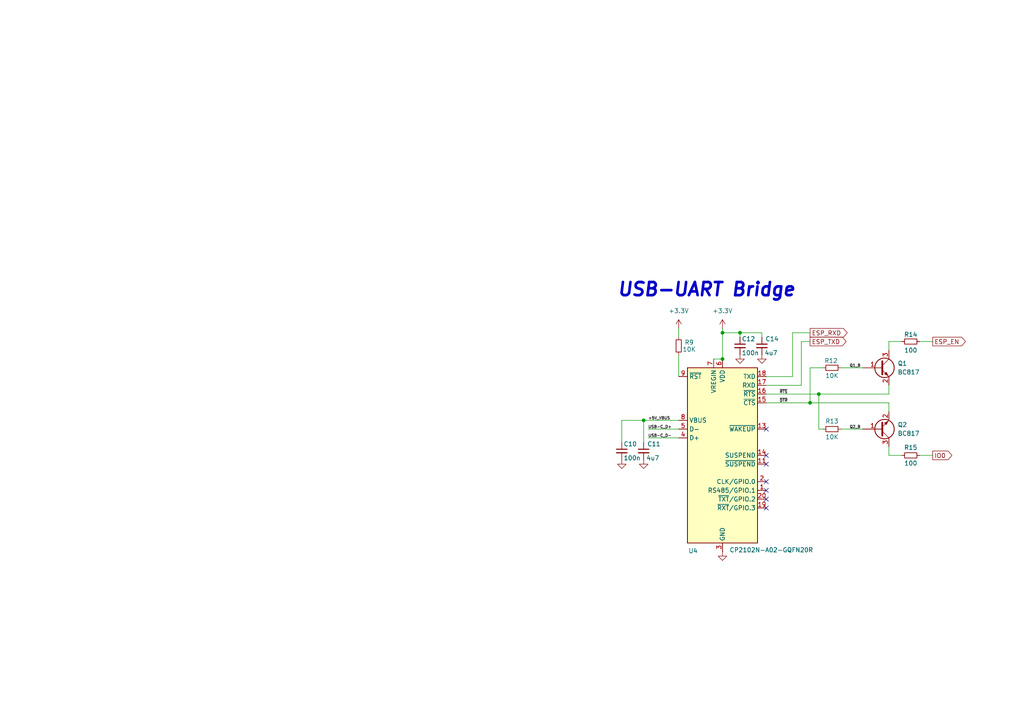
<source format=kicad_sch>
(kicad_sch (version 20250114) (generator "eeschema") (generator_version "9.0")
  (paper "A4")
  (lib_symbols
    (symbol "Library:+3.3V" (power) (pin_numbers (hide yes)) (pin_names (offset 0) (hide yes))
      (property "Value" "+3.3V" (at 0 3.556 0))
      (symbol "+3.3V_0_1"
        (polyline (pts (xy -0.762 1.27) (xy 0 2.54)))
        (polyline (pts (xy 0 2.54) (xy 0.762 1.27)))
        (polyline (pts (xy 0 0) (xy 0 2.54)))
      )
      (symbol "+3.3V_1_1"
        (pin power_in line (at 0 0 90) (length 0) (name "~") (number "1"))
      )
    )
    (symbol "Library:BC817" (pin_names (offset 0) (hide yes))
      (property "Reference" "Q" (at 5.08 1.905 0))
      (property "Value" "BC817" (at 5.08 0 0))
      (symbol "BC817_0_1"
        (polyline (pts (xy 0.635 1.905) (xy 0.635 -1.905) (xy 0.635 -1.905)) (stroke (width 0.508)))
        (polyline (pts (xy 0.635 0.635) (xy 2.54 2.54)))
        (polyline (pts (xy 0.635 -0.635) (xy 2.54 -2.54) (xy 2.54 -2.54)))
        (circle (center 1.27 0) (radius 2.8194) (stroke (width 0.254)))
        (polyline (pts (xy 1.27 -1.778) (xy 1.778 -1.27) (xy 2.286 -2.286) (xy 1.27 -1.778) (xy 1.27 -1.778)) (fill (type outline)))
      )
      (symbol "BC817_1_1"
        (pin input line (at -5.08 0 0) (length 5.715) (name "B") (number "1"))
        (pin passive line (at 2.54 5.08 270) (length 2.54) (name "C") (number "3"))
        (pin passive line (at 2.54 -5.08 90) (length 2.54) (name "E") (number "2"))
      )
    )
    (symbol "Library:CP2102N-Axx-xQFN20"
      (property "Reference" "U" (at -8.89 26.67 0))
      (property "Value" "CP2102N-Axx-xQFN20" (at 12.7 26.67 0))
      (symbol "CP2102N-Axx-xQFN20_0_1"
        (rectangle (start -10.16 25.4) (end 10.16 -25.4) (stroke (width 0.254)) (fill (type background)))
      )
      (symbol "CP2102N-Axx-xQFN20_1_1"
        (pin input line (at -12.7 22.86 0) (length 2.54) (name "~{RST}") (number "9"))
        (pin input line (at -12.7 10.16 0) (length 2.54) (name "VBUS") (number "8"))
        (pin bidirectional line (at -12.7 7.62 0) (length 2.54) (name "D-") (number "5"))
        (pin bidirectional line (at -12.7 5.08 0) (length 2.54) (name "D+") (number "4"))
        (pin no_connect line (at -10.16 -22.86 0) (length 2.54) (hide yes) (name "NC") (number "10"))
        (pin power_in line (at -2.54 27.94 270) (length 2.54) (name "VREGIN") (number "7"))
        (pin power_in line (at 0 27.94 270) (length 2.54) (name "VDD") (number "6"))
        (pin passive line (at 0 -27.94 90) (length 2.54) (hide yes) (name "GND") (number "12"))
        (pin passive line (at 0 -27.94 90) (length 2.54) (hide yes) (name "GND") (number "21"))
        (pin power_in line (at 0 -27.94 90) (length 2.54) (name "GND") (number "3"))
        (pin output line (at 12.7 22.86 180) (length 2.54) (name "TXD") (number "18"))
        (pin input line (at 12.7 20.32 180) (length 2.54) (name "RXD") (number "17"))
        (pin output line (at 12.7 17.78 180) (length 2.54) (name "~{RTS}") (number "16"))
        (pin input line (at 12.7 15.24 180) (length 2.54) (name "~{CTS}") (number "15"))
        (pin input line (at 12.7 7.62 180) (length 2.54) (name "~{WAKEUP}") (number "13"))
        (pin output line (at 12.7 0 180) (length 2.54) (name "SUSPEND") (number "14"))
        (pin output line (at 12.7 -2.54 180) (length 2.54) (name "~{SUSPEND}") (number "11"))
        (pin bidirectional line (at 12.7 -7.62 180) (length 2.54) (name "CLK/GPIO.0") (number "2"))
        (pin bidirectional line (at 12.7 -10.16 180) (length 2.54) (name "RS485/GPIO.1") (number "1"))
        (pin bidirectional line (at 12.7 -12.7 180) (length 2.54) (name "~{TXT}/GPIO.2") (number "20"))
        (pin bidirectional line (at 12.7 -15.24 180) (length 2.54) (name "~{RXT}/GPIO.3") (number "19"))
      )
    )
    (symbol "Library:C_Small" (pin_numbers (hide yes)) (pin_names (offset 0.254) (hide yes))
      (property "Reference" "C" (at 0.254 1.778 0))
      (property "Value" "C_Small" (at 0.254 -2.032 0))
      (symbol "C_Small_0_1"
        (polyline (pts (xy -1.524 0.508) (xy 1.524 0.508)) (stroke (width 0.3048)))
        (polyline (pts (xy -1.524 -0.508) (xy 1.524 -0.508)) (stroke (width 0.3302)))
      )
      (symbol "C_Small_1_1"
        (pin passive line (at 0 2.54 270) (length 2.032) (name "~") (number "1"))
        (pin passive line (at 0 -2.54 90) (length 2.032) (name "~") (number "2"))
      )
    )
    (symbol "Library:GND" (power) (pin_numbers (hide yes)) (pin_names (offset 0) (hide yes))
      (property "Value" "GND" (at 0 -3.81 0))
      (symbol "GND_0_1"
        (polyline (pts (xy 0 0) (xy 0 -1.27) (xy 1.27 -1.27) (xy 0 -2.54) (xy -1.27 -1.27) (xy 0 -1.27)))
      )
      (symbol "GND_1_1"
        (pin power_in line (at 0 0 270) (length 0) (name "~") (number "1"))
      )
    )
    (symbol "Library:R_Small" (pin_numbers (hide yes)) (pin_names (offset 0.254) (hide yes))
      (property "Reference" "R" (at 0.762 0.508 0))
      (property "Value" "R_Small" (at 0.762 -1.016 0))
      (symbol "R_Small_0_1"
        (rectangle (start -0.762 1.778) (end 0.762 -1.778) (stroke (width 0.2032)))
      )
      (symbol "R_Small_1_1"
        (pin passive line (at 0 2.54 270) (length 0.762) (name "~") (number "1"))
        (pin passive line (at 0 -2.54 90) (length 0.762) (name "~") (number "2"))
      )
    )
  )
  (text "USB-UART Bridge" (at 178.816 86.36 0) (effects (font (size 3.81 3.81) (bold yes) (italic yes)) (justify left bottom)))
  (junction (at 234.95 116.84))
  (junction (at 209.55 96.52))
  (junction (at 209.55 104.14))
  (junction (at 186.69 121.92))
  (junction (at 237.49 114.3))
  (junction (at 214.63 96.52))
  (no_connect (at 222.25 139.7))
  (no_connect (at 222.25 124.46))
  (no_connect (at 222.25 144.78))
  (no_connect (at 222.25 134.62))
  (no_connect (at 222.25 132.08))
  (no_connect (at 222.25 147.32))
  (no_connect (at 222.25 142.24))
  (wire (pts (xy 243.84 106.68) (xy 250.19 106.68)))
  (wire (pts (xy 243.84 124.46) (xy 250.19 124.46)))
  (wire (pts (xy 222.25 116.84) (xy 234.95 116.84)))
  (wire (pts (xy 196.85 95.25) (xy 196.85 97.79)))
  (wire (pts (xy 232.41 111.76) (xy 232.41 99.06)))
  (wire (pts (xy 222.25 109.22) (xy 229.87 109.22)))
  (wire (pts (xy 220.98 96.52) (xy 220.98 97.79)))
  (wire (pts (xy 209.55 96.52) (xy 209.55 104.14)))
  (wire (pts (xy 186.69 121.92) (xy 186.69 128.27)))
  (wire (pts (xy 257.81 129.54) (xy 257.81 132.08)))
  (wire (pts (xy 266.7 99.06) (xy 270.51 99.06)))
  (wire (pts (xy 257.81 132.08) (xy 261.62 132.08)))
  (wire (pts (xy 214.63 96.52) (xy 220.98 96.52)))
  (wire (pts (xy 187.96 124.46) (xy 196.85 124.46)))
  (wire (pts (xy 237.49 114.3) (xy 257.81 114.3)))
  (wire (pts (xy 266.7 132.08) (xy 270.51 132.08)))
  (wire (pts (xy 257.81 99.06) (xy 257.81 101.6)))
  (wire (pts (xy 234.95 116.84) (xy 257.81 116.84)))
  (wire (pts (xy 234.95 116.84) (xy 234.95 106.68)))
  (wire (pts (xy 237.49 124.46) (xy 237.49 114.3)))
  (wire (pts (xy 229.87 96.52) (xy 234.95 96.52)))
  (wire (pts (xy 187.96 127) (xy 196.85 127)))
  (wire (pts (xy 186.69 121.92) (xy 196.85 121.92)))
  (wire (pts (xy 214.63 96.52) (xy 209.55 96.52)))
  (wire (pts (xy 196.85 102.87) (xy 196.85 109.22)))
  (wire (pts (xy 207.01 104.14) (xy 209.55 104.14)))
  (wire (pts (xy 209.55 95.25) (xy 209.55 96.52)))
  (wire (pts (xy 238.76 124.46) (xy 237.49 124.46)))
  (wire (pts (xy 232.41 99.06) (xy 234.95 99.06)))
  (wire (pts (xy 222.25 111.76) (xy 232.41 111.76)))
  (wire (pts (xy 229.87 109.22) (xy 229.87 96.52)))
  (wire (pts (xy 257.81 119.38) (xy 257.81 116.84)))
  (wire (pts (xy 180.34 121.92) (xy 186.69 121.92)))
  (wire (pts (xy 257.81 114.3) (xy 257.81 111.76)))
  (wire (pts (xy 180.34 121.92) (xy 180.34 128.27)))
  (wire (pts (xy 234.95 106.68) (xy 238.76 106.68)))
  (wire (pts (xy 214.63 97.79) (xy 214.63 96.52)))
  (wire (pts (xy 261.62 99.06) (xy 257.81 99.06)))
  (wire (pts (xy 222.25 114.3) (xy 237.49 114.3)))
  (label "~{RTS}" (at 226.06 114.3 0) (effects (font (size 0.8128 0.8128))))
  (label "USB-C_D+" (at 187.96 124.46 0) (effects (font (size 0.8128 0.8128))))
  (label "Q2_B" (at 246.38 124.46 0) (effects (font (size 0.8128 0.8128))))
  (label "Q1_B" (at 246.38 106.68 0) (effects (font (size 0.8128 0.8128))))
  (label "~{DTR}" (at 226.06 116.84 0) (effects (font (size 0.8128 0.8128))))
  (label "+5V_VBUS" (at 187.96 121.92 0) (effects (font (size 0.8128 0.8128))))
  (label "USB-C_D-" (at 187.96 127 0) (effects (font (size 0.8128 0.8128))))
  (global_label "ESP_RXD" (shape output) (at 234.95 96.52 0) (property "Intersheetrefs" "${INTERSHEET_REFS}" (effects (hide yes))))
  (global_label "ESP_TXD" (shape output) (at 234.95 99.06 0) (property "Intersheetrefs" "${INTERSHEET_REFS}" (effects (hide yes))))
  (global_label "IO0" (shape output) (at 270.51 132.08 0) (property "Intersheetrefs" "${INTERSHEET_REFS}" (effects (hide yes))))
  (global_label "ESP_EN" (shape output) (at 270.51 99.06 0) (property "Intersheetrefs" "${INTERSHEET_REFS}" (effects (hide yes))))
  (symbol (lib_id "Library:C_Small") (at 214.63 100.33 0) (unit 1)
    (property "Reference" "C12" (at 215.138 98.298 0) (effects (justify left)))
    (property "Value" "100n" (at 215.138 102.362 0) (effects (justify left)))
    (property "Footprint" "0_passives:C_0402_1005Metric_Pad0.74x0.62mm_HandSolder" (effects (hide yes)))
    (property "Description" "Unpolarized capacitor, small symbol" (effects (hide yes)))
    (property "LCSC Part" "C41851" (effects (hide yes)))
  )
  (symbol (lib_id "Library:C_Small") (at 220.98 100.33 0) (unit 1)
    (property "Reference" "C14" (at 221.996 98.298 0) (effects (justify left)))
    (property "Value" "4u7" (at 221.742 102.362 0) (effects (justify left)))
    (property "Footprint" "0_passives:C_0402_1005Metric_Pad0.74x0.62mm_HandSolder" (effects (hide yes)))
    (property "Description" "Unpolarized capacitor, small symbol" (effects (hide yes)))
    (property "LCSC Part" "C41851" (effects (hide yes)))
  )
  (symbol (lib_id "Library:R_Small") (at 264.16 132.08 90) (unit 1)
    (property "Reference" "R15" (at 264.16 129.794 90))
    (property "Value" "100" (at 264.16 134.366 90))
    (property "Footprint" "0_passives:R_0402_1005Metric_Pad0.72x0.64mm_HandSolder" (effects (hide yes)))
    (property "Description" "Resistor, small symbol" (effects (hide yes)))
    (property "LCSC Part" "C25138" (effects (hide yes)))
  )
  (symbol (lib_id "Library:BC817") (at 255.27 124.46 0) (mirror x) (unit 1)
    (property "Reference" "Q2" (at 260.35 123.1899 0) (effects (justify left)))
    (property "Value" "BC817" (at 260.35 125.7299 0) (effects (justify left)))
    (property "Footprint" "Package_TO_SOT_SMD:SOT-23" (effects (hide yes)))
    (property "Datasheet" "https://www.onsemi.com/pub/Collateral/BC818-D.pdf" (effects (hide yes)))
    (property "LCSC Part" "C39828" (effects (hide yes)))
  )
  (symbol (lib_id "Library:GND") (at 186.69 133.35 0) (unit 1)
    (property "Reference" "#PWR043" (effects (hide yes)))
    (property "Value" "GND" (effects (hide yes)))
    (property "Description" "Power symbol creates a global label with name \"GND\" , ground" (effects (hide yes)))
  )
  (symbol (lib_id "Library:R_Small") (at 241.3 106.68 90) (unit 1)
    (property "Reference" "R12" (at 241.046 104.648 90))
    (property "Value" "10K" (at 241.3 108.966 90))
    (property "Footprint" "0_passives:R_0402_1005Metric_Pad0.72x0.64mm_HandSolder" (effects (hide yes)))
    (property "Description" "Resistor, small symbol" (effects (hide yes)))
    (property "LCSC Part" "C60490" (effects (hide yes)))
  )
  (symbol (lib_id "Library:R_Small") (at 241.3 124.46 90) (unit 1)
    (property "Reference" "R13" (at 241.3 122.174 90))
    (property "Value" "10K" (at 241.3 126.746 90))
    (property "Footprint" "0_passives:R_0402_1005Metric_Pad0.72x0.64mm_HandSolder" (effects (hide yes)))
    (property "Description" "Resistor, small symbol" (effects (hide yes)))
    (property "LCSC Part" "C60490" (effects (hide yes)))
  )
  (symbol (lib_id "Library:CP2102N-Axx-xQFN20") (at 209.55 132.08 0) (unit 1)
    (property "Reference" "U4" (at 199.644 159.766 0) (effects (justify left)))
    (property "Value" "CP2102N-A02-GQFN20R" (at 211.582 159.512 0) (effects (justify left)))
    (property "Footprint" "Package_DFN_QFN:QFN-20-1EP_5x5mm_P0.65mm_EP3.35x3.35mm" (effects (hide yes)))
    (property "Datasheet" "https://www.silabs.com/documents/public/data-sheets/cp2102n-datasheet.pdf" (effects (hide yes)))
    (property "Description" "USB to UART master bridge, QFN-20" (effects (hide yes)))
    (property "LCSC Part" "C969913" (effects (hide yes)))
  )
  (symbol (lib_id "Library:GND") (at 180.34 133.35 0) (unit 1)
    (property "Reference" "#PWR041" (effects (hide yes)))
    (property "Value" "GND" (effects (hide yes)))
    (property "Description" "Power symbol creates a global label with name \"GND\" , ground" (effects (hide yes)))
  )
  (symbol (lib_id "Library:+3.3V") (at 209.55 95.25 0) (unit 1)
    (property "Reference" "#PWR048" (effects (hide yes)))
    (property "Value" "+3.3V" (at 209.55 90.17 0))
    (property "Description" "Power symbol creates a global label with name \"+3.3V\"" (effects (hide yes)))
  )
  (symbol (lib_id "Library:R_Small") (at 196.85 100.33 0) (unit 1)
    (property "Reference" "R9" (at 199.898 99.314 0))
    (property "Value" "10K" (at 199.898 101.346 0))
    (property "Footprint" "0_passives:R_0402_1005Metric_Pad0.72x0.64mm_HandSolder" (effects (hide yes)))
    (property "Description" "Resistor, small symbol" (effects (hide yes)))
    (property "LCSC Part" "C60490" (effects (hide yes)))
  )
  (symbol (lib_id "Library:GND") (at 209.55 160.02 0) (unit 1)
    (property "Reference" "#PWR049" (effects (hide yes)))
    (property "Value" "GND" (effects (hide yes)))
    (property "Description" "Power symbol creates a global label with name \"GND\" , ground" (effects (hide yes)))
  )
  (symbol (lib_id "Library:GND") (at 214.63 102.87 0) (unit 1)
    (property "Reference" "#PWR050" (effects (hide yes)))
    (property "Value" "GND" (effects (hide yes)))
    (property "Description" "Power symbol creates a global label with name \"GND\" , ground" (effects (hide yes)))
  )
  (symbol (lib_id "Library:GND") (at 220.98 102.87 0) (unit 1)
    (property "Reference" "#PWR053" (effects (hide yes)))
    (property "Value" "GND" (effects (hide yes)))
    (property "Description" "Power symbol creates a global label with name \"GND\" , ground" (effects (hide yes)))
  )
  (symbol (lib_id "Library:R_Small") (at 264.16 99.06 90) (unit 1)
    (property "Reference" "R14" (at 264.16 97.028 90))
    (property "Value" "100" (at 264.16 101.6 90))
    (property "Footprint" "0_passives:R_0402_1005Metric_Pad0.72x0.64mm_HandSolder" (effects (hide yes)))
    (property "Description" "Resistor, small symbol" (effects (hide yes)))
    (property "LCSC Part" "C25138" (effects (hide yes)))
  )
  (symbol (lib_id "Library:C_Small") (at 180.34 130.81 0) (unit 1)
    (property "Reference" "C10" (at 180.848 128.778 0) (effects (justify left)))
    (property "Value" "100n" (at 180.848 132.842 0) (effects (justify left)))
    (property "Footprint" "0_passives:C_0402_1005Metric_Pad0.74x0.62mm_HandSolder" (effects (hide yes)))
    (property "Description" "Unpolarized capacitor, small symbol" (effects (hide yes)))
    (property "LCSC Part" "C41851" (effects (hide yes)))
  )
  (symbol (lib_id "Library:C_Small") (at 186.69 130.81 0) (unit 1)
    (property "Reference" "C11" (at 187.706 128.778 0) (effects (justify left)))
    (property "Value" "4u7" (at 187.452 132.842 0) (effects (justify left)))
    (property "Footprint" "0_passives:C_0402_1005Metric_Pad0.74x0.62mm_HandSolder" (effects (hide yes)))
    (property "Description" "Unpolarized capacitor, small symbol" (effects (hide yes)))
    (property "LCSC Part" "C41851" (effects (hide yes)))
  )
  (symbol (lib_id "Library:+3.3V") (at 196.85 95.25 0) (unit 1)
    (property "Reference" "#PWR045" (effects (hide yes)))
    (property "Value" "+3.3V" (at 196.85 90.17 0))
    (property "Description" "Power symbol creates a global label with name \"+3.3V\"" (effects (hide yes)))
  )
  (symbol (lib_id "Library:BC817") (at 255.27 106.68 0) (unit 1)
    (property "Reference" "Q1" (at 260.35 105.4099 0) (effects (justify left)))
    (property "Value" "BC817" (at 260.35 107.9499 0) (effects (justify left)))
    (property "Footprint" "Package_TO_SOT_SMD:SOT-23" (effects (hide yes)))
    (property "Datasheet" "https://www.onsemi.com/pub/Collateral/BC818-D.pdf" (effects (hide yes)))
    (property "LCSC Part" "C39828" (effects (hide yes)))
  )
)
</source>
